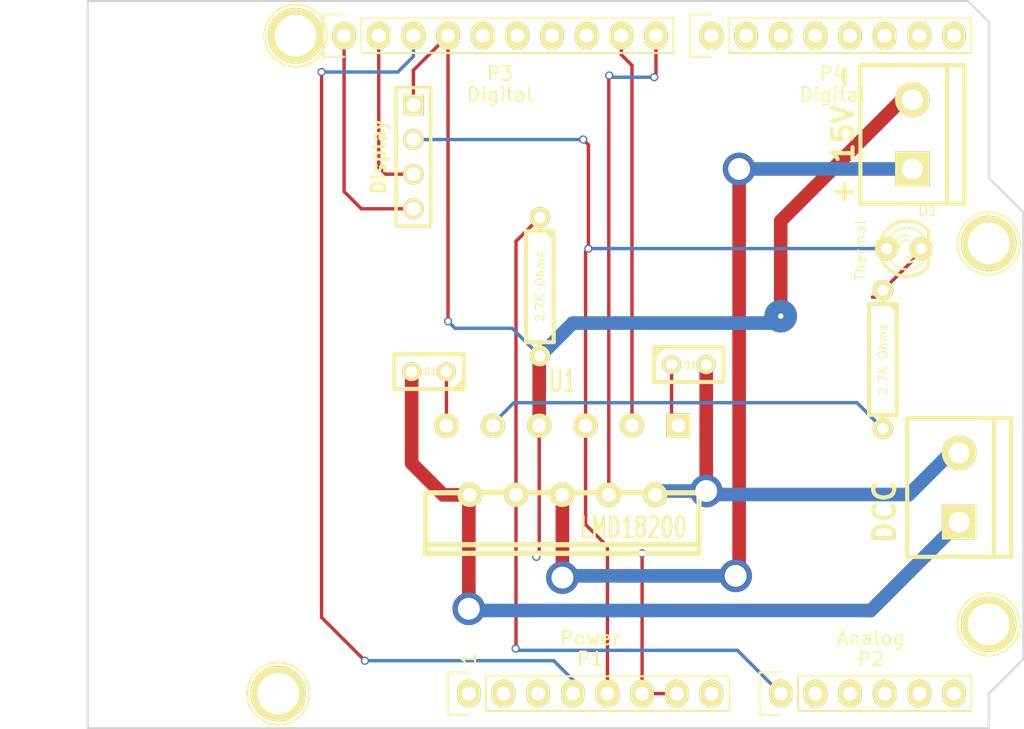
<source format=kicad_pcb>
(kicad_pcb (version 3) (host pcbnew "(2013-june-11)-stable")

  (general
    (links 27)
    (no_connects 2)
    (area 104.572999 71.542 183.068555 127.594)
    (thickness 1.6)
    (drawings 27)
    (tracks 110)
    (zones 0)
    (modules 17)
    (nets 16)
  )

  (page A4)
  (layers
    (15 F.Cu signal)
    (0 B.Cu signal)
    (16 B.Adhes user)
    (17 F.Adhes user)
    (18 B.Paste user)
    (19 F.Paste user)
    (20 B.SilkS user)
    (21 F.SilkS user)
    (22 B.Mask user)
    (23 F.Mask user)
    (24 Dwgs.User user)
    (25 Cmts.User user)
    (26 Eco1.User user)
    (27 Eco2.User user)
    (28 Edge.Cuts user)
  )

  (setup
    (last_trace_width 0.25)
    (trace_clearance 0.2)
    (zone_clearance 0.508)
    (zone_45_only no)
    (trace_min 0.2)
    (segment_width 0.15)
    (edge_width 0.15)
    (via_size 0.6)
    (via_drill 0.4)
    (via_min_size 0.4)
    (via_min_drill 0.3)
    (uvia_size 0.3)
    (uvia_drill 0.1)
    (uvias_allowed no)
    (uvia_min_size 0.2)
    (uvia_min_drill 0.1)
    (pcb_text_width 0.3)
    (pcb_text_size 1.5 1.5)
    (mod_edge_width 0.15)
    (mod_text_size 1 1)
    (mod_text_width 0.15)
    (pad_size 1.778 1.778)
    (pad_drill 1.016)
    (pad_to_mask_clearance 0)
    (aux_axis_origin 110.998 126.365)
    (visible_elements FFFFFF7F)
    (pcbplotparams
      (layerselection 3178497)
      (usegerberextensions false)
      (excludeedgelayer true)
      (linewidth 0.100000)
      (plotframeref false)
      (viasonmask false)
      (mode 1)
      (useauxorigin false)
      (hpglpennumber 1)
      (hpglpenspeed 20)
      (hpglpendiameter 15)
      (hpglpenoverlay 2)
      (psnegative false)
      (psa4output false)
      (plotreference true)
      (plotvalue true)
      (plotothertext true)
      (plotinvisibletext false)
      (padsonsilk false)
      (subtractmaskfromsilk false)
      (outputformat 1)
      (mirror false)
      (drillshape 1)
      (scaleselection 1)
      (outputdirectory ""))
  )

  (net 0 "")
  (net 1 +3.3V)
  (net 2 +5V)
  (net 3 "/+15V (TRK Power)")
  (net 4 /8)
  (net 5 /9)
  (net 6 /A0)
  (net 7 "/A4(SDA)")
  (net 8 "/A5(SCL)")
  (net 9 "/DCC Out 1")
  (net 10 "/DCC Out 2")
  (net 11 GND)
  (net 12 N-000001)
  (net 13 N-000002)
  (net 14 N-0000021)
  (net 15 N-0000022)

  (net_class Default "This is the default net class."
    (clearance 0.2)
    (trace_width 0.25)
    (via_dia 0.6)
    (via_drill 0.4)
    (uvia_dia 0.3)
    (uvia_drill 0.1)
    (add_net "")
    (add_net +3.3V)
    (add_net +5V)
    (add_net /8)
    (add_net /9)
    (add_net /A0)
    (add_net "/A4(SDA)")
    (add_net "/A5(SCL)")
    (add_net GND)
    (add_net N-000001)
    (add_net N-000002)
    (add_net N-0000021)
    (add_net N-0000022)
  )

  (net_class PWR ""
    (clearance 0.4)
    (trace_width 1)
    (via_dia 2.4)
    (via_drill 1.6)
    (uvia_dia 1.2)
    (uvia_drill 0.4)
    (add_net "/+15V (TRK Power)")
    (add_net "/DCC Out 1")
    (add_net "/DCC Out 2")
  )

  (module Socket_Arduino_Uno:Socket_Strip_Arduino_1x08   locked (layer F.Cu) (tedit 552168D2) (tstamp 551AF9EA)
    (at 138.938 123.825)
    (descr "Through hole socket strip")
    (tags "socket strip")
    (path /56D70129)
    (fp_text reference P1 (at 8.89 -2.54) (layer F.SilkS)
      (effects (font (size 1 1) (thickness 0.15)))
    )
    (fp_text value Power (at 8.89 -4.064) (layer F.SilkS)
      (effects (font (size 1 1) (thickness 0.15)))
    )
    (fp_line (start -1.75 -1.75) (end -1.75 1.75) (layer Eco1.User) (width 0.05))
    (fp_line (start 19.55 -1.75) (end 19.55 1.75) (layer Eco1.User) (width 0.05))
    (fp_line (start -1.75 -1.75) (end 19.55 -1.75) (layer Eco1.User) (width 0.05))
    (fp_line (start -1.75 1.75) (end 19.55 1.75) (layer Eco1.User) (width 0.05))
    (fp_line (start 1.27 1.27) (end 19.05 1.27) (layer F.SilkS) (width 0.15))
    (fp_line (start 19.05 1.27) (end 19.05 -1.27) (layer F.SilkS) (width 0.15))
    (fp_line (start 19.05 -1.27) (end 1.27 -1.27) (layer F.SilkS) (width 0.15))
    (fp_line (start -1.55 1.55) (end 0 1.55) (layer F.SilkS) (width 0.15))
    (fp_line (start 1.27 1.27) (end 1.27 -1.27) (layer F.SilkS) (width 0.15))
    (fp_line (start 0 -1.55) (end -1.55 -1.55) (layer F.SilkS) (width 0.15))
    (fp_line (start -1.55 -1.55) (end -1.55 1.55) (layer F.SilkS) (width 0.15))
    (pad 1 thru_hole oval (at 0 0) (size 1.7272 2.032) (drill 1.016)
      (layers *.Cu *.Mask F.SilkS)
    )
    (pad 2 thru_hole oval (at 2.54 0) (size 1.7272 2.032) (drill 1.016)
      (layers *.Cu *.Mask F.SilkS)
    )
    (pad 3 thru_hole oval (at 5.08 0) (size 1.7272 2.032) (drill 1.016)
      (layers *.Cu *.Mask F.SilkS)
    )
    (pad 4 thru_hole oval (at 7.62 0) (size 1.7272 2.032) (drill 1.016)
      (layers *.Cu *.Mask F.SilkS)
      (net 1 +3.3V)
    )
    (pad 5 thru_hole oval (at 10.16 0) (size 1.7272 2.032) (drill 1.016)
      (layers *.Cu *.Mask F.SilkS)
      (net 2 +5V)
    )
    (pad 6 thru_hole oval (at 12.7 0) (size 1.7272 2.032) (drill 1.016)
      (layers *.Cu *.Mask F.SilkS)
      (net 11 GND)
    )
    (pad 7 thru_hole oval (at 15.24 0) (size 1.7272 2.032) (drill 1.016)
      (layers *.Cu *.Mask F.SilkS)
      (net 11 GND)
    )
    (pad 8 thru_hole oval (at 17.78 0) (size 1.7272 2.032) (drill 1.016)
      (layers *.Cu *.Mask F.SilkS)
    )
    (model ${KIPRJMOD}/Socket_Arduino_Uno.3dshapes/Socket_header_Arduino_1x08.wrl
      (at (xyz 0.35 0 0))
      (scale (xyz 1 1 1))
      (rotate (xyz 0 0 180))
    )
  )

  (module Socket_Arduino_Uno:Socket_Strip_Arduino_1x06   locked (layer F.Cu) (tedit 552168D6) (tstamp 551AF9FF)
    (at 161.798 123.825)
    (descr "Through hole socket strip")
    (tags "socket strip")
    (path /56D70DD8)
    (fp_text reference P2 (at 6.604 -2.54) (layer F.SilkS)
      (effects (font (size 1 1) (thickness 0.15)))
    )
    (fp_text value Analog (at 6.604 -4.064) (layer F.SilkS)
      (effects (font (size 1 1) (thickness 0.15)))
    )
    (fp_line (start -1.75 -1.75) (end -1.75 1.75) (layer Eco1.User) (width 0.05))
    (fp_line (start 14.45 -1.75) (end 14.45 1.75) (layer Eco1.User) (width 0.05))
    (fp_line (start -1.75 -1.75) (end 14.45 -1.75) (layer Eco1.User) (width 0.05))
    (fp_line (start -1.75 1.75) (end 14.45 1.75) (layer Eco1.User) (width 0.05))
    (fp_line (start 1.27 1.27) (end 13.97 1.27) (layer F.SilkS) (width 0.15))
    (fp_line (start 13.97 1.27) (end 13.97 -1.27) (layer F.SilkS) (width 0.15))
    (fp_line (start 13.97 -1.27) (end 1.27 -1.27) (layer F.SilkS) (width 0.15))
    (fp_line (start -1.55 1.55) (end 0 1.55) (layer F.SilkS) (width 0.15))
    (fp_line (start 1.27 1.27) (end 1.27 -1.27) (layer F.SilkS) (width 0.15))
    (fp_line (start 0 -1.55) (end -1.55 -1.55) (layer F.SilkS) (width 0.15))
    (fp_line (start -1.55 -1.55) (end -1.55 1.55) (layer F.SilkS) (width 0.15))
    (pad 1 thru_hole oval (at 0 0) (size 1.7272 2.032) (drill 1.016)
      (layers *.Cu *.Mask F.SilkS)
      (net 6 /A0)
    )
    (pad 2 thru_hole oval (at 2.54 0) (size 1.7272 2.032) (drill 1.016)
      (layers *.Cu *.Mask F.SilkS)
    )
    (pad 3 thru_hole oval (at 5.08 0) (size 1.7272 2.032) (drill 1.016)
      (layers *.Cu *.Mask F.SilkS)
    )
    (pad 4 thru_hole oval (at 7.62 0) (size 1.7272 2.032) (drill 1.016)
      (layers *.Cu *.Mask F.SilkS)
    )
    (pad 5 thru_hole oval (at 10.16 0) (size 1.7272 2.032) (drill 1.016)
      (layers *.Cu *.Mask F.SilkS)
      (net 7 "/A4(SDA)")
    )
    (pad 6 thru_hole oval (at 12.7 0) (size 1.7272 2.032) (drill 1.016)
      (layers *.Cu *.Mask F.SilkS)
      (net 8 "/A5(SCL)")
    )
    (model ${KIPRJMOD}/Socket_Arduino_Uno.3dshapes/Socket_header_Arduino_1x06.wrl
      (at (xyz 0.25 0 0))
      (scale (xyz 1 1 1))
      (rotate (xyz 0 0 180))
    )
  )

  (module Socket_Arduino_Uno:Socket_Strip_Arduino_1x10   locked (layer F.Cu) (tedit 552168BF) (tstamp 551AFA18)
    (at 129.794 75.565)
    (descr "Through hole socket strip")
    (tags "socket strip")
    (path /56D721E0)
    (fp_text reference P3 (at 11.43 2.794) (layer F.SilkS)
      (effects (font (size 1 1) (thickness 0.15)))
    )
    (fp_text value Digital (at 11.43 4.318) (layer F.SilkS)
      (effects (font (size 1 1) (thickness 0.15)))
    )
    (fp_line (start -1.75 -1.75) (end -1.75 1.75) (layer Eco1.User) (width 0.05))
    (fp_line (start 24.65 -1.75) (end 24.65 1.75) (layer Eco1.User) (width 0.05))
    (fp_line (start -1.75 -1.75) (end 24.65 -1.75) (layer Eco1.User) (width 0.05))
    (fp_line (start -1.75 1.75) (end 24.65 1.75) (layer Eco1.User) (width 0.05))
    (fp_line (start 1.27 1.27) (end 24.13 1.27) (layer F.SilkS) (width 0.15))
    (fp_line (start 24.13 1.27) (end 24.13 -1.27) (layer F.SilkS) (width 0.15))
    (fp_line (start 24.13 -1.27) (end 1.27 -1.27) (layer F.SilkS) (width 0.15))
    (fp_line (start -1.55 1.55) (end 0 1.55) (layer F.SilkS) (width 0.15))
    (fp_line (start 1.27 1.27) (end 1.27 -1.27) (layer F.SilkS) (width 0.15))
    (fp_line (start 0 -1.55) (end -1.55 -1.55) (layer F.SilkS) (width 0.15))
    (fp_line (start -1.55 -1.55) (end -1.55 1.55) (layer F.SilkS) (width 0.15))
    (pad 1 thru_hole oval (at 0 0) (size 1.7272 2.032) (drill 1.016)
      (layers *.Cu *.Mask F.SilkS)
      (net 8 "/A5(SCL)")
    )
    (pad 2 thru_hole oval (at 2.54 0) (size 1.7272 2.032) (drill 1.016)
      (layers *.Cu *.Mask F.SilkS)
      (net 7 "/A4(SDA)")
    )
    (pad 3 thru_hole oval (at 5.08 0) (size 1.7272 2.032) (drill 1.016)
      (layers *.Cu *.Mask F.SilkS)
      (net 1 +3.3V)
    )
    (pad 4 thru_hole oval (at 7.62 0) (size 1.7272 2.032) (drill 1.016)
      (layers *.Cu *.Mask F.SilkS)
      (net 11 GND)
    )
    (pad 5 thru_hole oval (at 10.16 0) (size 1.7272 2.032) (drill 1.016)
      (layers *.Cu *.Mask F.SilkS)
    )
    (pad 6 thru_hole oval (at 12.7 0) (size 1.7272 2.032) (drill 1.016)
      (layers *.Cu *.Mask F.SilkS)
    )
    (pad 7 thru_hole oval (at 15.24 0) (size 1.7272 2.032) (drill 1.016)
      (layers *.Cu *.Mask F.SilkS)
    )
    (pad 8 thru_hole oval (at 17.78 0) (size 1.7272 2.032) (drill 1.016)
      (layers *.Cu *.Mask F.SilkS)
    )
    (pad 9 thru_hole oval (at 20.32 0) (size 1.7272 2.032) (drill 1.016)
      (layers *.Cu *.Mask F.SilkS)
      (net 5 /9)
    )
    (pad 10 thru_hole oval (at 22.86 0) (size 1.7272 2.032) (drill 1.016)
      (layers *.Cu *.Mask F.SilkS)
      (net 4 /8)
    )
    (model ${KIPRJMOD}/Socket_Arduino_Uno.3dshapes/Socket_header_Arduino_1x10.wrl
      (at (xyz 0.45 0 0))
      (scale (xyz 1 1 1))
      (rotate (xyz 0 0 180))
    )
  )

  (module Socket_Arduino_Uno:Socket_Strip_Arduino_1x08   locked (layer F.Cu) (tedit 552168C7) (tstamp 551AFA2F)
    (at 156.718 75.565)
    (descr "Through hole socket strip")
    (tags "socket strip")
    (path /56D7164F)
    (fp_text reference P4 (at 8.89 2.794) (layer F.SilkS)
      (effects (font (size 1 1) (thickness 0.15)))
    )
    (fp_text value Digital (at 8.89 4.318) (layer F.SilkS)
      (effects (font (size 1 1) (thickness 0.15)))
    )
    (fp_line (start -1.75 -1.75) (end -1.75 1.75) (layer Eco1.User) (width 0.05))
    (fp_line (start 19.55 -1.75) (end 19.55 1.75) (layer Eco1.User) (width 0.05))
    (fp_line (start -1.75 -1.75) (end 19.55 -1.75) (layer Eco1.User) (width 0.05))
    (fp_line (start -1.75 1.75) (end 19.55 1.75) (layer Eco1.User) (width 0.05))
    (fp_line (start 1.27 1.27) (end 19.05 1.27) (layer F.SilkS) (width 0.15))
    (fp_line (start 19.05 1.27) (end 19.05 -1.27) (layer F.SilkS) (width 0.15))
    (fp_line (start 19.05 -1.27) (end 1.27 -1.27) (layer F.SilkS) (width 0.15))
    (fp_line (start -1.55 1.55) (end 0 1.55) (layer F.SilkS) (width 0.15))
    (fp_line (start 1.27 1.27) (end 1.27 -1.27) (layer F.SilkS) (width 0.15))
    (fp_line (start 0 -1.55) (end -1.55 -1.55) (layer F.SilkS) (width 0.15))
    (fp_line (start -1.55 -1.55) (end -1.55 1.55) (layer F.SilkS) (width 0.15))
    (pad 1 thru_hole oval (at 0 0) (size 1.7272 2.032) (drill 1.016)
      (layers *.Cu *.Mask F.SilkS)
    )
    (pad 2 thru_hole oval (at 2.54 0) (size 1.7272 2.032) (drill 1.016)
      (layers *.Cu *.Mask F.SilkS)
    )
    (pad 3 thru_hole oval (at 5.08 0) (size 1.7272 2.032) (drill 1.016)
      (layers *.Cu *.Mask F.SilkS)
    )
    (pad 4 thru_hole oval (at 7.62 0) (size 1.7272 2.032) (drill 1.016)
      (layers *.Cu *.Mask F.SilkS)
    )
    (pad 5 thru_hole oval (at 10.16 0) (size 1.7272 2.032) (drill 1.016)
      (layers *.Cu *.Mask F.SilkS)
    )
    (pad 6 thru_hole oval (at 12.7 0) (size 1.7272 2.032) (drill 1.016)
      (layers *.Cu *.Mask F.SilkS)
    )
    (pad 7 thru_hole oval (at 15.24 0) (size 1.7272 2.032) (drill 1.016)
      (layers *.Cu *.Mask F.SilkS)
    )
    (pad 8 thru_hole oval (at 17.78 0) (size 1.7272 2.032) (drill 1.016)
      (layers *.Cu *.Mask F.SilkS)
    )
    (model ${KIPRJMOD}/Socket_Arduino_Uno.3dshapes/Socket_header_Arduino_1x08.wrl
      (at (xyz 0.35 0 0))
      (scale (xyz 1 1 1))
      (rotate (xyz 0 0 180))
    )
  )

  (module Socket_Arduino_Uno:Arduino_1pin   locked (layer F.Cu) (tedit 5524FC39) (tstamp 5524FC3F)
    (at 124.968 123.825)
    (descr "module 1 pin (ou trou mecanique de percage)")
    (tags DEV)
    (path /56D71177)
    (fp_text reference P5 (at 0 -3.048) (layer F.SilkS) hide
      (effects (font (size 1 1) (thickness 0.15)))
    )
    (fp_text value CONN_01X01 (at 0 2.794) (layer F.SilkS) hide
      (effects (font (size 1 1) (thickness 0.15)))
    )
    (fp_circle (center 0 0) (end 0 -2.286) (layer F.SilkS) (width 0.15))
    (pad 1 thru_hole circle (at 0 0) (size 4.064 4.064) (drill 3.048)
      (layers *.Cu *.Mask F.SilkS)
    )
  )

  (module Socket_Arduino_Uno:Arduino_1pin   locked (layer F.Cu) (tedit 5524FC4A) (tstamp 5524FC44)
    (at 177.038 118.745)
    (descr "module 1 pin (ou trou mecanique de percage)")
    (tags DEV)
    (path /56D71274)
    (fp_text reference P6 (at 0 -3.048) (layer F.SilkS) hide
      (effects (font (size 1 1) (thickness 0.15)))
    )
    (fp_text value CONN_01X01 (at 0 2.794) (layer F.SilkS) hide
      (effects (font (size 1 1) (thickness 0.15)))
    )
    (fp_circle (center 0 0) (end 0 -2.286) (layer F.SilkS) (width 0.15))
    (pad 1 thru_hole circle (at 0 0) (size 4.064 4.064) (drill 3.048)
      (layers *.Cu *.Mask F.SilkS)
    )
  )

  (module Socket_Arduino_Uno:Arduino_1pin   locked (layer F.Cu) (tedit 5524FC2F) (tstamp 5524FC49)
    (at 126.238 75.565)
    (descr "module 1 pin (ou trou mecanique de percage)")
    (tags DEV)
    (path /56D712A8)
    (fp_text reference P7 (at 0 -3.048) (layer F.SilkS) hide
      (effects (font (size 1 1) (thickness 0.15)))
    )
    (fp_text value CONN_01X01 (at 0 2.794) (layer F.SilkS) hide
      (effects (font (size 1 1) (thickness 0.15)))
    )
    (fp_circle (center 0 0) (end 0 -2.286) (layer F.SilkS) (width 0.15))
    (pad 1 thru_hole circle (at 0 0) (size 4.064 4.064) (drill 3.048)
      (layers *.Cu *.Mask F.SilkS)
    )
  )

  (module Socket_Arduino_Uno:Arduino_1pin   locked (layer F.Cu) (tedit 5524FC41) (tstamp 5524FC4E)
    (at 177.038 90.805)
    (descr "module 1 pin (ou trou mecanique de percage)")
    (tags DEV)
    (path /56D712DB)
    (fp_text reference P8 (at 0 -3.048) (layer F.SilkS) hide
      (effects (font (size 1 1) (thickness 0.15)))
    )
    (fp_text value CONN_01X01 (at 0 2.794) (layer F.SilkS) hide
      (effects (font (size 1 1) (thickness 0.15)))
    )
    (fp_circle (center 0 0) (end 0 -2.286) (layer F.SilkS) (width 0.15))
    (pad 1 thru_hole circle (at 0 0) (size 4.064 4.064) (drill 3.048)
      (layers *.Cu *.Mask F.SilkS)
    )
  )

  (module TO220_11PIN_VERT (layer F.Cu) (tedit 5A70CA52) (tstamp 5A70C414)
    (at 145.796 110.998 270)
    (descr "Regulateur TO220 serie LM78xx")
    (tags "TR TO220")
    (path /5A70BCC9)
    (fp_text reference U1 (at -10.1 0 360) (layer F.SilkS)
      (effects (font (size 1.524 1.016) (thickness 0.2032)))
    )
    (fp_text value LMD18200 (at 0.635 -5.207 360) (layer F.SilkS)
      (effects (font (size 1.524 1.016) (thickness 0.2032)))
    )
    (fp_line (start 1.905 -10.01) (end 2.54 -10.01) (layer F.SilkS) (width 0.381))
    (fp_line (start 2.54 -10.01) (end 2.54 10.01) (layer F.SilkS) (width 0.381))
    (fp_line (start 2.54 10.01) (end 1.905 10.01) (layer F.SilkS) (width 0.381))
    (fp_line (start -1.905 -10.01) (end 1.905 -10.01) (layer F.SilkS) (width 0.381))
    (fp_line (start 1.905 -10.01) (end 1.905 10.01) (layer F.SilkS) (width 0.381))
    (fp_line (start 1.905 10.01) (end -1.905 10.01) (layer F.SilkS) (width 0.381))
    (fp_line (start -1.905 10.01) (end -1.905 -10.01) (layer F.SilkS) (width 0.381))
    (pad 10 thru_hole circle (at -1.75 6.8 270) (size 1.778 1.778) (drill 1.016)
      (layers *.Cu *.Mask F.SilkS)
      (net 9 "/DCC Out 1")
    )
    (pad 8 thru_hole circle (at -1.75 3.4 270) (size 1.778 1.778) (drill 1.016)
      (layers *.Cu *.Mask F.SilkS)
      (net 6 /A0)
    )
    (pad 11 thru_hole circle (at -6.83 8.5 270) (size 1.778 1.778) (drill 1.016)
      (layers *.Cu *.Mask F.SilkS)
      (net 13 N-000002)
    )
    (pad 9 thru_hole circle (at -6.83 5.1 270) (size 1.778 1.778) (drill 1.016)
      (layers *.Cu *.Mask F.SilkS)
      (net 15 N-0000022)
    )
    (pad 7 thru_hole circle (at -6.83 1.7 270) (size 1.778 1.778) (drill 1.016)
      (layers *.Cu *.Mask F.SilkS)
      (net 11 GND)
    )
    (pad 2 thru_hole circle (at -1.75 -6.8 270) (size 1.778 1.778) (drill 1.016)
      (layers *.Cu *.Mask F.SilkS)
      (net 10 "/DCC Out 2")
    )
    (pad 3 thru_hole circle (at -6.83 -5.1 270) (size 1.778 1.778) (drill 1.016)
      (layers *.Cu *.Mask F.SilkS)
      (net 5 /9)
    )
    (pad 4 thru_hole circle (at -1.75 -3.4 270) (size 1.778 1.778) (drill 1.016)
      (layers *.Cu *.Mask F.SilkS)
      (net 4 /8)
    )
    (pad 5 thru_hole circle (at -6.83 -1.7 270) (size 1.778 1.778) (drill 1.016)
      (layers *.Cu *.Mask F.SilkS)
      (net 2 +5V)
    )
    (pad 6 thru_hole circle (at -1.75 0 270) (size 1.778 1.778) (drill 1.016)
      (layers *.Cu *.Mask F.SilkS)
      (net 3 "/+15V (TRK Power)")
    )
    (pad 1 thru_hole rect (at -6.83 -8.5 270) (size 1.778 1.778) (drill 1.016)
      (layers *.Cu *.Mask F.SilkS)
      (net 12 N-000001)
    )
  )

  (module R4 (layer F.Cu) (tedit 5A73B6E9) (tstamp 5A70C422)
    (at 144.145 93.98 270)
    (descr "Resitance 4 pas")
    (tags R)
    (path /5A70BFD9)
    (autoplace_cost180 10)
    (fp_text reference R1 (at 0 0 270) (layer F.SilkS) hide
      (effects (font (size 1.397 1.27) (thickness 0.2032)))
    )
    (fp_text value "2.7K Ohms" (at 0 0 270) (layer F.SilkS)
      (effects (font (size 0.635 0.635) (thickness 0.1016)))
    )
    (fp_line (start -5.08 0) (end -4.064 0) (layer F.SilkS) (width 0.3048))
    (fp_line (start -4.064 0) (end -4.064 -1.016) (layer F.SilkS) (width 0.3048))
    (fp_line (start -4.064 -1.016) (end 4.064 -1.016) (layer F.SilkS) (width 0.3048))
    (fp_line (start 4.064 -1.016) (end 4.064 1.016) (layer F.SilkS) (width 0.3048))
    (fp_line (start 4.064 1.016) (end -4.064 1.016) (layer F.SilkS) (width 0.3048))
    (fp_line (start -4.064 1.016) (end -4.064 0) (layer F.SilkS) (width 0.3048))
    (fp_line (start -4.064 -0.508) (end -3.556 -1.016) (layer F.SilkS) (width 0.3048))
    (fp_line (start 5.08 0) (end 4.064 0) (layer F.SilkS) (width 0.3048))
    (pad 1 thru_hole circle (at -5.08 0 270) (size 1.524 1.524) (drill 0.8128)
      (layers *.Cu *.Mask F.SilkS)
      (net 6 /A0)
    )
    (pad 2 thru_hole circle (at 5.08 0 270) (size 1.524 1.524) (drill 0.8128)
      (layers *.Cu *.Mask F.SilkS)
      (net 11 GND)
    )
    (model discret/resistor.wrl
      (at (xyz 0 0 0))
      (scale (xyz 0.4 0.4 0.4))
      (rotate (xyz 0 0 0))
    )
  )

  (module R4 (layer F.Cu) (tedit 5A73B71E) (tstamp 5A70C430)
    (at 169.291 99.314 270)
    (descr "Resitance 4 pas")
    (tags R)
    (path /5A70C40F)
    (autoplace_cost180 10)
    (fp_text reference R2 (at 0 0 270) (layer F.SilkS) hide
      (effects (font (size 1.397 1.27) (thickness 0.2032)))
    )
    (fp_text value "2.7K Ohms" (at 0 0 270) (layer F.SilkS)
      (effects (font (size 0.635 0.635) (thickness 0.1016)))
    )
    (fp_line (start -5.08 0) (end -4.064 0) (layer F.SilkS) (width 0.3048))
    (fp_line (start -4.064 0) (end -4.064 -1.016) (layer F.SilkS) (width 0.3048))
    (fp_line (start -4.064 -1.016) (end 4.064 -1.016) (layer F.SilkS) (width 0.3048))
    (fp_line (start 4.064 -1.016) (end 4.064 1.016) (layer F.SilkS) (width 0.3048))
    (fp_line (start 4.064 1.016) (end -4.064 1.016) (layer F.SilkS) (width 0.3048))
    (fp_line (start -4.064 1.016) (end -4.064 0) (layer F.SilkS) (width 0.3048))
    (fp_line (start -4.064 -0.508) (end -3.556 -1.016) (layer F.SilkS) (width 0.3048))
    (fp_line (start 5.08 0) (end 4.064 0) (layer F.SilkS) (width 0.3048))
    (pad 1 thru_hole circle (at -5.08 0 270) (size 1.524 1.524) (drill 0.8128)
      (layers *.Cu *.Mask F.SilkS)
      (net 14 N-0000021)
    )
    (pad 2 thru_hole circle (at 5.08 0 270) (size 1.524 1.524) (drill 0.8128)
      (layers *.Cu *.Mask F.SilkS)
      (net 15 N-0000022)
    )
    (model discret/resistor.wrl
      (at (xyz 0 0 0))
      (scale (xyz 0.4 0.4 0.4))
      (rotate (xyz 0 0 0))
    )
  )

  (module LED-3MM (layer F.Cu) (tedit 5A85AEA2) (tstamp 5A70C449)
    (at 170.815 91.186)
    (descr "LED 3mm - Lead pitch 100mil (2,54mm)")
    (tags "LED led 3mm 3MM 100mil 2,54mm")
    (path /5A70C400)
    (fp_text reference D1 (at 1.778 -2.794) (layer F.SilkS)
      (effects (font (size 0.762 0.762) (thickness 0.0889)))
    )
    (fp_text value Thermal (at -3.175 0.127 90) (layer F.SilkS)
      (effects (font (size 0.762 0.762) (thickness 0.0889)))
    )
    (fp_line (start 1.8288 1.27) (end 1.8288 -1.27) (layer F.SilkS) (width 0.254))
    (fp_arc (start 0.254 0) (end -1.27 0) (angle 39.8) (layer F.SilkS) (width 0.1524))
    (fp_arc (start 0.254 0) (end -0.88392 1.01092) (angle 41.6) (layer F.SilkS) (width 0.1524))
    (fp_arc (start 0.254 0) (end 1.4097 -0.9906) (angle 40.6) (layer F.SilkS) (width 0.1524))
    (fp_arc (start 0.254 0) (end 1.778 0) (angle 39.8) (layer F.SilkS) (width 0.1524))
    (fp_arc (start 0.254 0) (end 0.254 -1.524) (angle 54.4) (layer F.SilkS) (width 0.1524))
    (fp_arc (start 0.254 0) (end -0.9652 -0.9144) (angle 53.1) (layer F.SilkS) (width 0.1524))
    (fp_arc (start 0.254 0) (end 1.45542 0.93472) (angle 52.1) (layer F.SilkS) (width 0.1524))
    (fp_arc (start 0.254 0) (end 0.254 1.524) (angle 52.1) (layer F.SilkS) (width 0.1524))
    (fp_arc (start 0.254 0) (end -0.381 0) (angle 90) (layer F.SilkS) (width 0.1524))
    (fp_arc (start 0.254 0) (end -0.762 0) (angle 90) (layer F.SilkS) (width 0.1524))
    (fp_arc (start 0.254 0) (end 0.889 0) (angle 90) (layer F.SilkS) (width 0.1524))
    (fp_arc (start 0.254 0) (end 1.27 0) (angle 90) (layer F.SilkS) (width 0.1524))
    (fp_arc (start 0.254 0) (end 0.254 -2.032) (angle 50.1) (layer F.SilkS) (width 0.254))
    (fp_arc (start 0.254 0) (end -1.5367 -0.95504) (angle 61.9) (layer F.SilkS) (width 0.254))
    (fp_arc (start 0.254 0) (end 1.8034 1.31064) (angle 49.7) (layer F.SilkS) (width 0.254))
    (fp_arc (start 0.254 0) (end 0.254 2.032) (angle 60.2) (layer F.SilkS) (width 0.254))
    (fp_arc (start 0.254 0) (end -1.778 0) (angle 28.3) (layer F.SilkS) (width 0.254))
    (fp_arc (start 0.254 0) (end -1.47574 1.06426) (angle 31.6) (layer F.SilkS) (width 0.254))
    (pad 1 thru_hole circle (at -1.27 0) (size 1.6764 1.6764) (drill 0.8128)
      (layers *.Cu *.Mask F.SilkS)
      (net 2 +5V)
    )
    (pad 2 thru_hole circle (at 1.27 0) (size 1.6764 1.6764) (drill 0.8128)
      (layers *.Cu *.Mask F.SilkS)
      (net 14 N-0000021)
    )
    (model discret/leds/led3_vertical_verde.wrl
      (at (xyz 0 0 0))
      (scale (xyz 1 1 1))
      (rotate (xyz 0 0 0))
    )
  )

  (module C1 (layer F.Cu) (tedit 5A73B769) (tstamp 5A70C454)
    (at 155.067 99.695)
    (descr "Condensateur e = 1 pas")
    (tags C)
    (path /5A70BF77)
    (fp_text reference C1 (at 0.254 -2.286) (layer F.SilkS) hide
      (effects (font (size 1.016 1.016) (thickness 0.2032)))
    )
    (fp_text value .01 (at 0 0) (layer F.SilkS)
      (effects (font (size 0.5 0.5) (thickness 0.1016)))
    )
    (fp_line (start -2.4892 -1.27) (end 2.54 -1.27) (layer F.SilkS) (width 0.3048))
    (fp_line (start 2.54 -1.27) (end 2.54 1.27) (layer F.SilkS) (width 0.3048))
    (fp_line (start 2.54 1.27) (end -2.54 1.27) (layer F.SilkS) (width 0.3048))
    (fp_line (start -2.54 1.27) (end -2.54 -1.27) (layer F.SilkS) (width 0.3048))
    (fp_line (start -2.54 -0.635) (end -1.905 -1.27) (layer F.SilkS) (width 0.3048))
    (pad 1 thru_hole circle (at -1.27 0) (size 1.397 1.397) (drill 0.8128)
      (layers *.Cu *.Mask F.SilkS)
      (net 12 N-000001)
    )
    (pad 2 thru_hole circle (at 1.27 0) (size 1.397 1.397) (drill 0.8128)
      (layers *.Cu *.Mask F.SilkS)
      (net 10 "/DCC Out 2")
    )
    (model discret/capa_1_pas.wrl
      (at (xyz 0 0 0))
      (scale (xyz 1 1 1))
      (rotate (xyz 0 0 0))
    )
  )

  (module C1 (layer F.Cu) (tedit 5A73B748) (tstamp 5A70C45F)
    (at 136.017 100.203 180)
    (descr "Condensateur e = 1 pas")
    (tags C)
    (path /5A70BF86)
    (fp_text reference C2 (at 0.254 -2.286 180) (layer F.SilkS) hide
      (effects (font (size 1.016 1.016) (thickness 0.2032)))
    )
    (fp_text value .01 (at 0 0 180) (layer F.SilkS)
      (effects (font (size 0.5 0.5) (thickness 0.1016)))
    )
    (fp_line (start -2.4892 -1.27) (end 2.54 -1.27) (layer F.SilkS) (width 0.3048))
    (fp_line (start 2.54 -1.27) (end 2.54 1.27) (layer F.SilkS) (width 0.3048))
    (fp_line (start 2.54 1.27) (end -2.54 1.27) (layer F.SilkS) (width 0.3048))
    (fp_line (start -2.54 1.27) (end -2.54 -1.27) (layer F.SilkS) (width 0.3048))
    (fp_line (start -2.54 -0.635) (end -1.905 -1.27) (layer F.SilkS) (width 0.3048))
    (pad 1 thru_hole circle (at -1.27 0 180) (size 1.397 1.397) (drill 0.8128)
      (layers *.Cu *.Mask F.SilkS)
      (net 13 N-000002)
    )
    (pad 2 thru_hole circle (at 1.27 0 180) (size 1.397 1.397) (drill 0.8128)
      (layers *.Cu *.Mask F.SilkS)
      (net 9 "/DCC Out 1")
    )
    (model discret/capa_1_pas.wrl
      (at (xyz 0 0 0))
      (scale (xyz 1 1 1))
      (rotate (xyz 0 0 0))
    )
  )

  (module bornier2 (layer F.Cu) (tedit 5A85AFC0) (tstamp 5A70C618)
    (at 174.879 108.712 90)
    (descr "Bornier d'alimentation 2 pins")
    (tags DEV)
    (path /5A70C574)
    (fp_text reference P10 (at -0.254 -2.032 90) (layer F.SilkS) hide
      (effects (font (size 1.524 1.524) (thickness 0.3048)))
    )
    (fp_text value DCC (at -1.778 -5.461 90) (layer F.SilkS)
      (effects (font (size 1.524 1.524) (thickness 0.3048)))
    )
    (fp_line (start 5.08 2.54) (end -5.08 2.54) (layer F.SilkS) (width 0.3048))
    (fp_line (start 5.08 3.81) (end 5.08 -3.81) (layer F.SilkS) (width 0.3048))
    (fp_line (start 5.08 -3.81) (end -5.08 -3.81) (layer F.SilkS) (width 0.3048))
    (fp_line (start -5.08 -3.81) (end -5.08 3.81) (layer F.SilkS) (width 0.3048))
    (fp_line (start -5.08 3.81) (end 5.08 3.81) (layer F.SilkS) (width 0.3048))
    (pad 1 thru_hole rect (at -2.54 0 90) (size 2.54 2.54) (drill 1.524)
      (layers *.Cu *.Mask F.SilkS)
      (net 9 "/DCC Out 1")
    )
    (pad 2 thru_hole circle (at 2.54 0 90) (size 2.54 2.54) (drill 1.524)
      (layers *.Cu *.Mask F.SilkS)
      (net 10 "/DCC Out 2")
    )
    (model walter/conn_screw/mors_2p.wrl
      (at (xyz 0 0 0))
      (scale (xyz 1 1 1))
      (rotate (xyz 0 0 180))
    )
  )

  (module bornier2 (layer F.Cu) (tedit 5A85AE6A) (tstamp 5A70C623)
    (at 171.45 82.804 90)
    (descr "Bornier d'alimentation 2 pins")
    (tags DEV)
    (path /5A70C583)
    (fp_text reference P9 (at 0.762 -2.032 90) (layer F.SilkS) hide
      (effects (font (size 1.524 1.524) (thickness 0.3048)))
    )
    (fp_text value "+ 15V -" (at 0 -5.08 90) (layer F.SilkS)
      (effects (font (size 1.524 1.524) (thickness 0.3048)))
    )
    (fp_line (start 5.08 2.54) (end -5.08 2.54) (layer F.SilkS) (width 0.3048))
    (fp_line (start 5.08 3.81) (end 5.08 -3.81) (layer F.SilkS) (width 0.3048))
    (fp_line (start 5.08 -3.81) (end -5.08 -3.81) (layer F.SilkS) (width 0.3048))
    (fp_line (start -5.08 -3.81) (end -5.08 3.81) (layer F.SilkS) (width 0.3048))
    (fp_line (start -5.08 3.81) (end 5.08 3.81) (layer F.SilkS) (width 0.3048))
    (pad 1 thru_hole rect (at -2.54 0 90) (size 2.54 2.54) (drill 1.524)
      (layers *.Cu *.Mask F.SilkS)
      (net 3 "/+15V (TRK Power)")
    )
    (pad 2 thru_hole circle (at 2.54 0 90) (size 2.54 2.54) (drill 1.524)
      (layers *.Cu *.Mask F.SilkS)
      (net 11 GND)
    )
    (model walter/conn_screw/mors_2p.wrl
      (at (xyz 0 0 0))
      (scale (xyz 1 1 1))
      (rotate (xyz 0 0 180))
    )
  )

  (module PIN_ARRAY_4x1 (layer F.Cu) (tedit 5A73B677) (tstamp 5A70D25F)
    (at 134.874 84.455 270)
    (descr "Double rangee de contacts 2 x 5 pins")
    (tags CONN)
    (path /5A70D1A1)
    (fp_text reference P11 (at 0 -2.54 270) (layer F.SilkS) hide
      (effects (font (size 1.016 1.016) (thickness 0.2032)))
    )
    (fp_text value Display (at 0 2.54 270) (layer F.SilkS)
      (effects (font (size 1.016 1.016) (thickness 0.2032)))
    )
    (fp_line (start 5.08 1.27) (end -5.08 1.27) (layer F.SilkS) (width 0.254))
    (fp_line (start 5.08 -1.27) (end -5.08 -1.27) (layer F.SilkS) (width 0.254))
    (fp_line (start -5.08 -1.27) (end -5.08 1.27) (layer F.SilkS) (width 0.254))
    (fp_line (start 5.08 1.27) (end 5.08 -1.27) (layer F.SilkS) (width 0.254))
    (pad 1 thru_hole rect (at -3.81 0 270) (size 1.524 1.524) (drill 1.016)
      (layers *.Cu *.Mask F.SilkS)
      (net 11 GND)
    )
    (pad 2 thru_hole circle (at -1.27 0 270) (size 1.524 1.524) (drill 1.016)
      (layers *.Cu *.Mask F.SilkS)
      (net 2 +5V)
    )
    (pad 3 thru_hole circle (at 1.27 0 270) (size 1.524 1.524) (drill 1.016)
      (layers *.Cu *.Mask F.SilkS)
      (net 7 "/A4(SDA)")
    )
    (pad 4 thru_hole circle (at 3.81 0 270) (size 1.524 1.524) (drill 1.016)
      (layers *.Cu *.Mask F.SilkS)
      (net 8 "/A5(SCL)")
    )
    (model pin_array\pins_array_4x1.wrl
      (at (xyz 0 0 0))
      (scale (xyz 1 1 1))
      (rotate (xyz 0 0 0))
    )
  )

  (gr_text 1 (at 138.938 121.285 90) (layer F.SilkS)
    (effects (font (size 1 1) (thickness 0.15)))
  )
  (gr_circle (center 117.348 76.962) (end 118.618 76.962) (layer Dwgs.User) (width 0.15))
  (gr_line (start 114.427 78.994) (end 114.427 74.93) (angle 90) (layer Dwgs.User) (width 0.15))
  (gr_line (start 120.269 78.994) (end 114.427 78.994) (angle 90) (layer Dwgs.User) (width 0.15))
  (gr_line (start 120.269 74.93) (end 120.269 78.994) (angle 90) (layer Dwgs.User) (width 0.15))
  (gr_line (start 114.427 74.93) (end 120.269 74.93) (angle 90) (layer Dwgs.User) (width 0.15))
  (gr_line (start 120.523 93.98) (end 104.648 93.98) (angle 90) (layer Dwgs.User) (width 0.15))
  (gr_line (start 177.038 74.549) (end 175.514 73.025) (angle 90) (layer Edge.Cuts) (width 0.15))
  (gr_line (start 177.038 85.979) (end 177.038 74.549) (angle 90) (layer Edge.Cuts) (width 0.15))
  (gr_line (start 179.578 88.519) (end 177.038 85.979) (angle 90) (layer Edge.Cuts) (width 0.15))
  (gr_line (start 179.578 121.285) (end 179.578 88.519) (angle 90) (layer Edge.Cuts) (width 0.15))
  (gr_line (start 177.038 123.825) (end 179.578 121.285) (angle 90) (layer Edge.Cuts) (width 0.15))
  (gr_line (start 177.038 126.365) (end 177.038 123.825) (angle 90) (layer Edge.Cuts) (width 0.15))
  (gr_line (start 110.998 126.365) (end 177.038 126.365) (angle 90) (layer Edge.Cuts) (width 0.15))
  (gr_line (start 110.998 73.025) (end 110.998 126.365) (angle 90) (layer Edge.Cuts) (width 0.15))
  (gr_line (start 175.514 73.025) (end 110.998 73.025) (angle 90) (layer Edge.Cuts) (width 0.15))
  (gr_line (start 173.355 102.235) (end 173.355 94.615) (angle 90) (layer Dwgs.User) (width 0.15))
  (gr_line (start 178.435 102.235) (end 173.355 102.235) (angle 90) (layer Dwgs.User) (width 0.15))
  (gr_line (start 178.435 94.615) (end 178.435 102.235) (angle 90) (layer Dwgs.User) (width 0.15))
  (gr_line (start 173.355 94.615) (end 178.435 94.615) (angle 90) (layer Dwgs.User) (width 0.15))
  (gr_line (start 109.093 123.19) (end 109.093 114.3) (angle 90) (layer Dwgs.User) (width 0.15))
  (gr_line (start 122.428 123.19) (end 109.093 123.19) (angle 90) (layer Dwgs.User) (width 0.15))
  (gr_line (start 122.428 114.3) (end 122.428 123.19) (angle 90) (layer Dwgs.User) (width 0.15))
  (gr_line (start 109.093 114.3) (end 122.428 114.3) (angle 90) (layer Dwgs.User) (width 0.15))
  (gr_line (start 104.648 93.98) (end 104.648 82.55) (angle 90) (layer Dwgs.User) (width 0.15))
  (gr_line (start 120.523 82.55) (end 120.523 93.98) (angle 90) (layer Dwgs.User) (width 0.15))
  (gr_line (start 104.648 82.55) (end 120.523 82.55) (angle 90) (layer Dwgs.User) (width 0.15))

  (segment (start 146.558 123.825) (end 146.558 122.809) (width 0.25) (layer B.Cu) (net 1))
  (segment (start 134.874 77.089) (end 134.874 75.565) (width 0.25) (layer B.Cu) (net 1) (tstamp 5A7F0DD9))
  (segment (start 133.731 78.232) (end 134.874 77.089) (width 0.25) (layer B.Cu) (net 1) (tstamp 5A7F0DD6))
  (segment (start 128.143 78.232) (end 133.731 78.232) (width 0.25) (layer B.Cu) (net 1) (tstamp 5A7F0DD5))
  (via (at 128.143 78.232) (size 0.6) (layers F.Cu B.Cu) (net 1))
  (segment (start 128.143 118.237) (end 128.143 78.232) (width 0.25) (layer F.Cu) (net 1) (tstamp 5A7F0DC4))
  (segment (start 131.318 121.412) (end 128.143 118.237) (width 0.25) (layer F.Cu) (net 1) (tstamp 5A7F0DC3))
  (via (at 131.318 121.412) (size 0.6) (layers F.Cu B.Cu) (net 1))
  (segment (start 145.161 121.412) (end 131.318 121.412) (width 0.25) (layer B.Cu) (net 1) (tstamp 5A7F0DB4))
  (segment (start 146.558 122.809) (end 145.161 121.412) (width 0.25) (layer B.Cu) (net 1) (tstamp 5A7F0DAE))
  (segment (start 134.874 83.185) (end 147.32 83.185) (width 0.25) (layer B.Cu) (net 2))
  (segment (start 147.701 83.566) (end 147.701 91.186) (width 0.25) (layer F.Cu) (net 2) (tstamp 5A70D2D6))
  (segment (start 147.32 83.185) (end 147.701 83.566) (width 0.25) (layer F.Cu) (net 2) (tstamp 5A70D2D5))
  (via (at 147.32 83.185) (size 0.6) (layers F.Cu B.Cu) (net 2))
  (segment (start 169.545 91.186) (end 147.701 91.186) (width 0.25) (layer B.Cu) (net 2))
  (segment (start 147.496 91.391) (end 147.496 104.168) (width 0.25) (layer F.Cu) (net 2) (tstamp 5A70CC2B))
  (segment (start 147.701 91.186) (end 147.496 91.391) (width 0.25) (layer F.Cu) (net 2) (tstamp 5A70CC2A))
  (via (at 147.701 91.186) (size 0.6) (layers F.Cu B.Cu) (net 2))
  (segment (start 147.496 104.168) (end 147.496 111.428) (width 0.25) (layer F.Cu) (net 2))
  (segment (start 149.098 113.03) (end 149.098 123.825) (width 0.25) (layer F.Cu) (net 2) (tstamp 5A70CC01))
  (segment (start 147.496 111.428) (end 149.098 113.03) (width 0.25) (layer F.Cu) (net 2) (tstamp 5A70CBED))
  (segment (start 145.796 109.248) (end 145.796 115.316) (width 1) (layer F.Cu) (net 3))
  (segment (start 158.75 85.344) (end 171.45 85.344) (width 1) (layer B.Cu) (net 3) (tstamp 5A70C873))
  (via (at 158.75 85.344) (size 2.4) (layers F.Cu B.Cu) (net 3))
  (segment (start 158.75 114.935) (end 158.75 85.344) (width 1) (layer F.Cu) (net 3) (tstamp 5A70C868))
  (segment (start 158.496 115.189) (end 158.75 114.935) (width 1) (layer F.Cu) (net 3) (tstamp 5A70C867))
  (via (at 158.496 115.189) (size 2.4) (layers F.Cu B.Cu) (net 3))
  (segment (start 145.923 115.189) (end 158.496 115.189) (width 1) (layer B.Cu) (net 3) (tstamp 5A70C855))
  (segment (start 145.796 115.316) (end 145.923 115.189) (width 1) (layer B.Cu) (net 3) (tstamp 5A70C854))
  (via (at 145.796 115.316) (size 2.4) (layers F.Cu B.Cu) (net 3))
  (segment (start 149.196 109.248) (end 149.196 78.515) (width 0.25) (layer F.Cu) (net 4))
  (segment (start 152.654 78.486) (end 152.654 75.565) (width 0.25) (layer F.Cu) (net 4) (tstamp 5A70CC84))
  (segment (start 152.527 78.613) (end 152.654 78.486) (width 0.25) (layer F.Cu) (net 4) (tstamp 5A70CC83))
  (via (at 152.527 78.613) (size 0.6) (layers F.Cu B.Cu) (net 4))
  (segment (start 149.352 78.613) (end 152.527 78.613) (width 0.25) (layer B.Cu) (net 4) (tstamp 5A70CC7D))
  (segment (start 149.225 78.486) (end 149.352 78.613) (width 0.25) (layer B.Cu) (net 4) (tstamp 5A70CC7C))
  (via (at 149.225 78.486) (size 0.6) (layers F.Cu B.Cu) (net 4))
  (segment (start 149.196 78.515) (end 149.225 78.486) (width 0.25) (layer F.Cu) (net 4) (tstamp 5A70CC6E))
  (segment (start 150.114 75.565) (end 150.114 76.962) (width 0.25) (layer F.Cu) (net 5))
  (segment (start 150.896 77.744) (end 150.896 104.168) (width 0.25) (layer F.Cu) (net 5) (tstamp 5A70CC8E))
  (segment (start 150.114 76.962) (end 150.896 77.744) (width 0.25) (layer F.Cu) (net 5) (tstamp 5A70CC89))
  (segment (start 142.396 109.248) (end 142.396 120.494) (width 0.25) (layer F.Cu) (net 6))
  (segment (start 158.623 120.65) (end 161.798 123.825) (width 0.25) (layer B.Cu) (net 6) (tstamp 5A7F0AB0))
  (segment (start 142.494 120.65) (end 158.623 120.65) (width 0.25) (layer B.Cu) (net 6) (tstamp 5A7F0AAC))
  (segment (start 142.367 120.523) (end 142.494 120.65) (width 0.25) (layer B.Cu) (net 6) (tstamp 5A7F0AAB))
  (via (at 142.367 120.523) (size 0.6) (layers F.Cu B.Cu) (net 6))
  (segment (start 142.396 120.494) (end 142.367 120.523) (width 0.25) (layer F.Cu) (net 6) (tstamp 5A7F0AA0))
  (segment (start 142.396 109.248) (end 142.396 90.649) (width 0.25) (layer F.Cu) (net 6))
  (segment (start 142.396 90.649) (end 144.145 88.9) (width 0.25) (layer F.Cu) (net 6) (tstamp 5A70CB95))
  (segment (start 132.334 75.565) (end 132.334 85.217) (width 0.25) (layer F.Cu) (net 7))
  (segment (start 132.842 85.725) (end 134.874 85.725) (width 0.25) (layer F.Cu) (net 7) (tstamp 5A70D2B6))
  (segment (start 132.334 85.217) (end 132.842 85.725) (width 0.25) (layer F.Cu) (net 7) (tstamp 5A70D2B4))
  (segment (start 129.794 75.565) (end 129.794 86.995) (width 0.25) (layer F.Cu) (net 8))
  (segment (start 131.064 88.265) (end 134.874 88.265) (width 0.25) (layer F.Cu) (net 8) (tstamp 5A70D2AC))
  (segment (start 129.794 86.995) (end 131.064 88.265) (width 0.25) (layer F.Cu) (net 8) (tstamp 5A70D2A4))
  (segment (start 134.747 100.203) (end 134.747 106.934) (width 1) (layer F.Cu) (net 9))
  (segment (start 137.061 109.248) (end 138.996 109.248) (width 1) (layer F.Cu) (net 9) (tstamp 5A70CABD))
  (segment (start 134.747 106.934) (end 137.061 109.248) (width 1) (layer F.Cu) (net 9) (tstamp 5A70CAB9))
  (segment (start 138.996 109.248) (end 138.938 109.306) (width 1) (layer F.Cu) (net 9) (tstamp 5A70CABE))
  (segment (start 138.938 109.306) (end 138.938 117.602) (width 1) (layer F.Cu) (net 9) (tstamp 5A70CABF))
  (via (at 138.938 117.602) (size 2.4) (layers F.Cu B.Cu) (net 9))
  (segment (start 138.938 117.602) (end 139.065 117.729) (width 1) (layer B.Cu) (net 9) (tstamp 5A70CAC7))
  (segment (start 139.065 117.729) (end 168.402 117.729) (width 1) (layer B.Cu) (net 9) (tstamp 5A70CAC8))
  (segment (start 168.402 117.729) (end 174.879 111.252) (width 1) (layer B.Cu) (net 9) (tstamp 5A70CACD))
  (segment (start 171.196 109.22) (end 156.591 109.22) (width 1) (layer B.Cu) (net 10))
  (segment (start 156.591 109.22) (end 156.337 108.966) (width 1) (layer B.Cu) (net 10) (tstamp 5A70CC50))
  (segment (start 156.337 108.966) (end 152.878 108.966) (width 1) (layer B.Cu) (net 10) (tstamp 5A70CC51))
  (segment (start 152.878 108.966) (end 152.596 109.248) (width 1) (layer B.Cu) (net 10) (tstamp 5A70CC52))
  (segment (start 156.337 99.695) (end 156.337 108.966) (width 1) (layer F.Cu) (net 10))
  (via (at 156.337 108.966) (size 2.4) (layers F.Cu B.Cu) (net 10))
  (segment (start 156.337 108.966) (end 156.337 108.585) (width 1) (layer B.Cu) (net 10) (tstamp 5A70CA32))
  (segment (start 174.879 106.172) (end 174.244 106.172) (width 1) (layer B.Cu) (net 10))
  (segment (start 174.244 106.172) (end 171.196 109.22) (width 1) (layer B.Cu) (net 10) (tstamp 5A70C8AA))
  (segment (start 171.196 109.22) (end 171.168 109.248) (width 1) (layer B.Cu) (net 10) (tstamp 5A70CC4E))
  (segment (start 134.874 80.645) (end 134.874 78.105) (width 0.25) (layer F.Cu) (net 11))
  (segment (start 134.874 78.105) (end 137.414 75.565) (width 0.25) (layer F.Cu) (net 11) (tstamp 5A70D29C))
  (segment (start 137.414 75.565) (end 137.414 96.52) (width 0.25) (layer F.Cu) (net 11))
  (segment (start 142.113 97.028) (end 144.145 99.06) (width 0.25) (layer B.Cu) (net 11) (tstamp 5A70CD07))
  (segment (start 137.922 97.028) (end 142.113 97.028) (width 0.25) (layer B.Cu) (net 11) (tstamp 5A70CD05))
  (segment (start 137.414 96.52) (end 137.922 97.028) (width 0.25) (layer B.Cu) (net 11) (tstamp 5A70CD04))
  (via (at 137.414 96.52) (size 0.6) (layers F.Cu B.Cu) (net 11))
  (segment (start 144.096 104.168) (end 144.096 113.587) (width 0.25) (layer F.Cu) (net 11))
  (segment (start 151.638 113.538) (end 151.638 123.825) (width 0.25) (layer F.Cu) (net 11) (tstamp 5A70CBDA))
  (via (at 151.638 113.538) (size 0.6) (layers F.Cu B.Cu) (net 11))
  (segment (start 144.145 113.538) (end 151.638 113.538) (width 0.25) (layer B.Cu) (net 11) (tstamp 5A70CBC7))
  (segment (start 143.891 113.792) (end 144.145 113.538) (width 0.25) (layer B.Cu) (net 11) (tstamp 5A70CBC6))
  (via (at 143.891 113.792) (size 0.6) (layers F.Cu B.Cu) (net 11))
  (segment (start 144.096 113.587) (end 143.891 113.792) (width 0.25) (layer F.Cu) (net 11) (tstamp 5A70CBAA))
  (segment (start 151.638 123.825) (end 154.178 123.825) (width 0.25) (layer F.Cu) (net 11) (tstamp 5A70CBDB))
  (segment (start 144.096 104.168) (end 144.096 99.109) (width 1) (layer F.Cu) (net 11))
  (segment (start 144.096 99.109) (end 144.145 99.06) (width 1) (layer F.Cu) (net 11) (tstamp 5A70CB4B))
  (segment (start 171.45 80.264) (end 170.688 80.264) (width 1) (layer F.Cu) (net 11))
  (segment (start 170.688 80.264) (end 161.798 89.154) (width 1) (layer F.Cu) (net 11) (tstamp 5A70C8DB))
  (segment (start 161.798 89.154) (end 161.798 96.139) (width 1) (layer F.Cu) (net 11) (tstamp 5A70C8E9))
  (via (at 161.798 96.139) (size 2.4) (layers F.Cu B.Cu) (net 11))
  (segment (start 161.798 96.139) (end 161.29 96.647) (width 1) (layer B.Cu) (net 11) (tstamp 5A70C8F9))
  (segment (start 161.29 96.647) (end 146.558 96.647) (width 1) (layer B.Cu) (net 11) (tstamp 5A70C8FA))
  (segment (start 146.558 96.647) (end 144.145 99.06) (width 1) (layer B.Cu) (net 11) (tstamp 5A70C903))
  (segment (start 144.145 104.119) (end 144.096 104.168) (width 1) (layer B.Cu) (net 11) (tstamp 5A70C909))
  (segment (start 153.797 99.695) (end 153.797 103.669) (width 0.25) (layer F.Cu) (net 12))
  (segment (start 153.797 103.669) (end 154.296 104.168) (width 0.25) (layer F.Cu) (net 12) (tstamp 5A70CA17))
  (segment (start 137.296 104.168) (end 137.296 100.212) (width 0.25) (layer F.Cu) (net 13))
  (segment (start 137.296 100.212) (end 137.287 100.203) (width 0.25) (layer F.Cu) (net 13) (tstamp 5A70CA8E))
  (segment (start 172.085 91.186) (end 172.085 91.44) (width 0.25) (layer F.Cu) (net 14))
  (segment (start 168.783 94.742) (end 168.529 94.742) (width 0.25) (layer F.Cu) (net 14) (tstamp 5A70CCC6))
  (segment (start 172.085 91.44) (end 168.783 94.742) (width 0.25) (layer F.Cu) (net 14) (tstamp 5A70CCC4))
  (segment (start 140.696 104.168) (end 140.696 104.033) (width 0.25) (layer B.Cu) (net 15))
  (segment (start 167.386 102.489) (end 169.291 104.394) (width 0.25) (layer B.Cu) (net 15) (tstamp 5A70CB8A))
  (segment (start 142.24 102.489) (end 167.386 102.489) (width 0.25) (layer B.Cu) (net 15) (tstamp 5A70CB79))
  (segment (start 140.696 104.033) (end 142.24 102.489) (width 0.25) (layer B.Cu) (net 15) (tstamp 5A70CB72))

)

</source>
